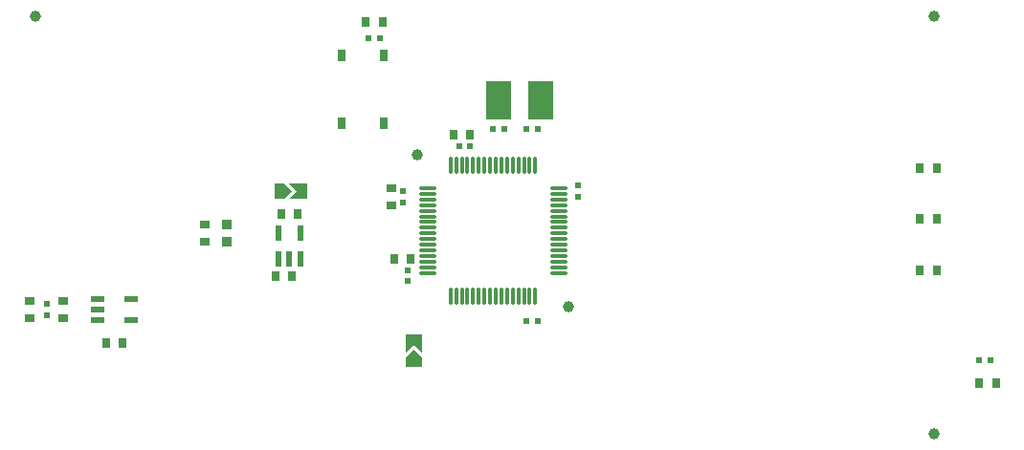
<source format=gtp>
G04*
G04 #@! TF.GenerationSoftware,Altium Limited,Altium Designer,22.11.1 (43)*
G04*
G04 Layer_Color=8421504*
%FSLAX25Y25*%
%MOIN*%
G70*
G04*
G04 #@! TF.SameCoordinates,20756010-ACC5-4C0E-8554-74307577B851*
G04*
G04*
G04 #@! TF.FilePolarity,Positive*
G04*
G01*
G75*
%ADD19R,0.02756X0.03543*%
%ADD20R,0.02362X0.01968*%
%ADD21R,0.03543X0.02756*%
%ADD22R,0.01968X0.02362*%
%ADD23C,0.03937*%
%ADD24R,0.03740X0.03543*%
G04:AMPARAMS|DCode=25|XSize=55.91mil|YSize=22.84mil|CornerRadius=2.85mil|HoleSize=0mil|Usage=FLASHONLY|Rotation=90.000|XOffset=0mil|YOffset=0mil|HoleType=Round|Shape=RoundedRectangle|*
%AMROUNDEDRECTD25*
21,1,0.05591,0.01713,0,0,90.0*
21,1,0.05020,0.02284,0,0,90.0*
1,1,0.00571,0.00856,0.02510*
1,1,0.00571,0.00856,-0.02510*
1,1,0.00571,-0.00856,-0.02510*
1,1,0.00571,-0.00856,0.02510*
%
%ADD25ROUNDEDRECTD25*%
%ADD26R,0.08858X0.13386*%
%ADD27R,0.04650X0.02000*%
%ADD28R,0.02953X0.03937*%
%ADD29O,0.01181X0.06299*%
%ADD30O,0.06299X0.01181*%
G36*
X170079Y44094D02*
X167323Y46850D01*
X164567Y44094D01*
Y50394D01*
X170079D01*
Y44094D01*
D02*
G37*
G36*
Y42323D02*
Y39173D01*
X164567D01*
Y42323D01*
X167323Y45079D01*
X170079Y42323D01*
D02*
G37*
G36*
X130118Y97638D02*
X123819D01*
X126575Y100394D01*
X123819Y103150D01*
X130118D01*
Y97638D01*
D02*
G37*
G36*
X124803Y100394D02*
X122047Y97638D01*
X118898D01*
Y103150D01*
X122047D01*
X124803Y100394D01*
D02*
G37*
D19*
X166339Y76772D02*
D03*
X160433D02*
D03*
X65945Y47244D02*
D03*
X60039D02*
D03*
X370079Y33465D02*
D03*
X364173D02*
D03*
X349409Y108268D02*
D03*
X343504D02*
D03*
X349409Y90551D02*
D03*
X343504D02*
D03*
X349409Y72835D02*
D03*
X343504D02*
D03*
X150591Y159449D02*
D03*
X156496D02*
D03*
X126969Y92520D02*
D03*
X121063D02*
D03*
X125000Y70866D02*
D03*
X119095D02*
D03*
X187008Y120079D02*
D03*
X181102D02*
D03*
D20*
X210630Y55118D02*
D03*
X206693D02*
D03*
X155512Y153543D02*
D03*
X151575D02*
D03*
X364173Y41339D02*
D03*
X368110D02*
D03*
X183071Y116142D02*
D03*
X187008D02*
D03*
X198819Y122047D02*
D03*
X194882D02*
D03*
X206693Y122047D02*
D03*
X210630D02*
D03*
D21*
X94488Y88583D02*
D03*
Y82677D02*
D03*
X45276Y62008D02*
D03*
Y56102D02*
D03*
X33465Y56102D02*
D03*
Y62008D02*
D03*
X159449Y101378D02*
D03*
Y95472D02*
D03*
D22*
X39370Y61024D02*
D03*
Y57087D02*
D03*
X163386Y96457D02*
D03*
Y100394D02*
D03*
X224410Y102362D02*
D03*
Y98425D02*
D03*
X165354Y68898D02*
D03*
Y72835D02*
D03*
D23*
X168565Y113023D02*
D03*
X221237Y60101D02*
D03*
X348425Y15748D02*
D03*
Y161417D02*
D03*
X35433D02*
D03*
D24*
X102362Y82677D02*
D03*
Y88583D02*
D03*
D25*
X120276Y85787D02*
D03*
X127756D02*
D03*
Y76772D02*
D03*
X124016D02*
D03*
X120276D02*
D03*
D26*
X211417Y131890D02*
D03*
X196850D02*
D03*
D27*
X57217Y62795D02*
D03*
Y59055D02*
D03*
Y55315D02*
D03*
X68767D02*
D03*
Y62795D02*
D03*
D28*
X156988Y147638D02*
D03*
Y124016D02*
D03*
X142224Y147638D02*
D03*
Y124016D02*
D03*
D29*
X209646Y109449D02*
D03*
X207677D02*
D03*
X205709D02*
D03*
X203740D02*
D03*
X201772D02*
D03*
X199803D02*
D03*
X197835D02*
D03*
X195866D02*
D03*
X193898D02*
D03*
X191929D02*
D03*
X189961D02*
D03*
X187992D02*
D03*
X186024D02*
D03*
X184055D02*
D03*
X182087D02*
D03*
X180118D02*
D03*
Y63779D02*
D03*
X182087D02*
D03*
X184055D02*
D03*
X186024D02*
D03*
X187992D02*
D03*
X189961D02*
D03*
X191929D02*
D03*
X193898D02*
D03*
X195866D02*
D03*
X197835D02*
D03*
X199803D02*
D03*
X201772D02*
D03*
X203740D02*
D03*
X205709D02*
D03*
X207677D02*
D03*
X209646D02*
D03*
D30*
X172047Y101378D02*
D03*
Y99409D02*
D03*
Y97441D02*
D03*
Y95472D02*
D03*
Y93504D02*
D03*
Y91535D02*
D03*
Y89567D02*
D03*
Y87598D02*
D03*
Y85630D02*
D03*
Y83661D02*
D03*
Y81693D02*
D03*
Y79724D02*
D03*
Y77756D02*
D03*
Y75787D02*
D03*
Y73819D02*
D03*
Y71850D02*
D03*
X217717D02*
D03*
Y73819D02*
D03*
Y75787D02*
D03*
Y77756D02*
D03*
Y79724D02*
D03*
Y81693D02*
D03*
Y83661D02*
D03*
Y85630D02*
D03*
Y87598D02*
D03*
Y89567D02*
D03*
Y91535D02*
D03*
Y93504D02*
D03*
Y95472D02*
D03*
Y97441D02*
D03*
Y99409D02*
D03*
Y101378D02*
D03*
M02*

</source>
